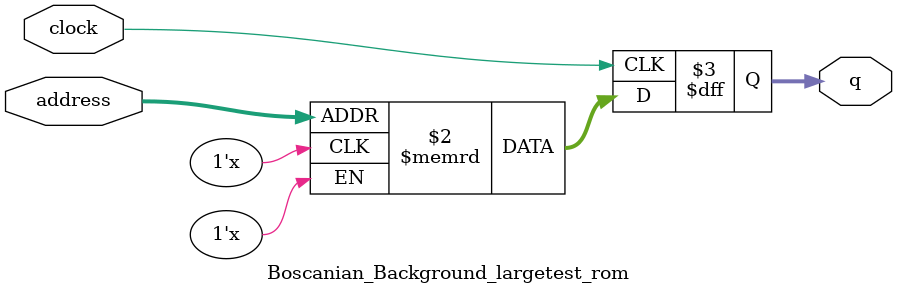
<source format=sv>
module Boscanian_Background_largetest_rom (
	input logic clock,
	input logic [19:0] address,
	output logic [1:0] q
);

logic [1:0] memory [0:691199] /* synthesis ram_init_file = "./Boscanian_Background_largetest/Boscanian_Background_largetest.mif" */;

always_ff @ (posedge clock) begin
	q <= memory[address];
end

endmodule

</source>
